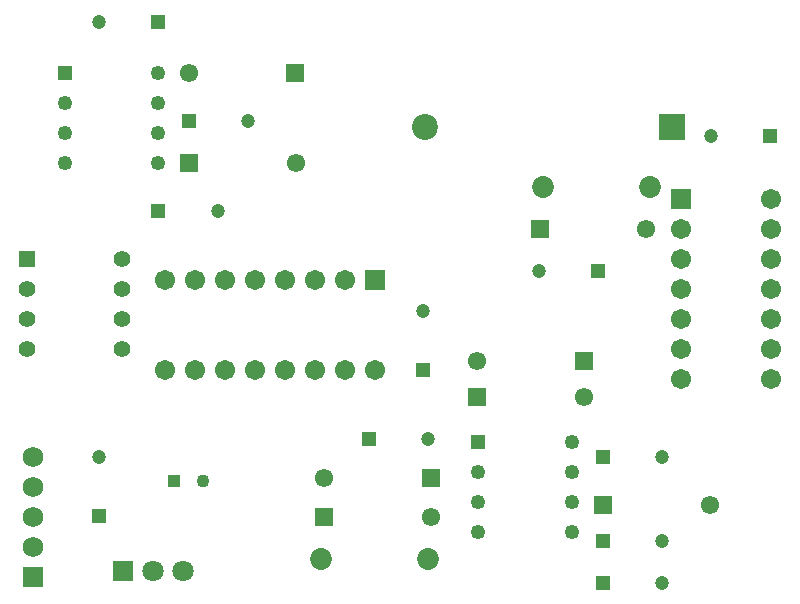
<source format=gbs>
%FSTAX23Y23*%
%MOIN*%
%SFA1B1*%

%IPPOS*%
%ADD16C,0.067060*%
%ADD17R,0.067060X0.067060*%
%ADD18C,0.049210*%
%ADD19R,0.049210X0.049210*%
%ADD20R,0.061150X0.061150*%
%ADD21C,0.061150*%
%ADD22C,0.047240*%
%ADD23R,0.047240X0.047240*%
%ADD24C,0.055120*%
%ADD25R,0.055120X0.055120*%
%ADD26R,0.047240X0.047240*%
%ADD27C,0.072960*%
%ADD28R,0.067060X0.067060*%
%ADD29C,0.070990*%
%ADD30R,0.070990X0.070990*%
%ADD31C,0.043310*%
%ADD32R,0.043310X0.043310*%
%ADD33C,0.086610*%
%ADD34R,0.086610X0.086610*%
%ADD35R,0.069020X0.069020*%
%ADD36C,0.069020*%
%LNtachometer-board-1*%
%LPD*%
G54D16*
X0058Y0081D03*
X0068D03*
X0078D03*
X0088D03*
X0098D03*
X0108D03*
X0118D03*
X0128D03*
X0058Y0111D03*
X0068D03*
X0078D03*
X0088D03*
X0098D03*
X0108D03*
X0118D03*
X026Y0078D03*
Y0088D03*
Y0098D03*
Y0108D03*
Y0118D03*
Y0128D03*
Y0138D03*
X023Y0078D03*
Y0088D03*
Y0098D03*
Y0108D03*
Y0118D03*
Y0128D03*
G54D17*
X0128Y0111D03*
G54D18*
X00559Y018D03*
Y017D03*
Y016D03*
Y015D03*
X00246D03*
Y016D03*
Y017D03*
X01936Y0057D03*
Y0047D03*
Y0037D03*
Y0027D03*
X01623D03*
Y0037D03*
Y0047D03*
G54D19*
X00246Y018D03*
X01623Y0057D03*
G54D20*
X00662Y015D03*
X01014Y018D03*
X01977Y0084D03*
X01622Y0072D03*
X02042Y0036D03*
X01467Y0045D03*
X01112Y0032D03*
X0183Y0128D03*
G54D21*
X01017Y015D03*
X0066Y018D03*
X01622Y0084D03*
X01977Y0072D03*
X02397Y0036D03*
X01112Y0045D03*
X01467Y0032D03*
X02184Y0128D03*
G54D22*
X00858Y0164D03*
X00361Y0197D03*
X0144Y01006D03*
X00756Y0134D03*
X01458Y0058D03*
X02238Y001D03*
Y0024D03*
Y0052D03*
X01826Y0114D03*
X02401Y0159D03*
X0036Y00518D03*
G54D23*
X00661Y0164D03*
X00558Y0197D03*
X00559Y0134D03*
X01261Y0058D03*
X02041Y001D03*
Y0024D03*
Y0052D03*
X02023Y0114D03*
X02598Y0159D03*
G54D24*
X00122Y0088D03*
Y0098D03*
Y0108D03*
X00437Y0088D03*
Y0098D03*
Y0108D03*
Y0118D03*
G54D25*
X00122Y0118D03*
G54D26*
X0144Y0081D03*
X0036Y00321D03*
G54D27*
X01102Y0018D03*
X01457D03*
X01842Y0142D03*
X02197D03*
G54D28*
X023Y0138D03*
G54D29*
X0064Y0014D03*
X0054D03*
G54D30*
X0044Y0014D03*
G54D31*
X00709Y0044D03*
G54D32*
X0061Y0044D03*
G54D33*
X01447Y0162D03*
G54D34*
X02272Y0162D03*
G54D35*
X0014Y0012D03*
G54D36*
X0014Y0022D03*
Y0032D03*
Y0042D03*
Y0052D03*
M02*
</source>
